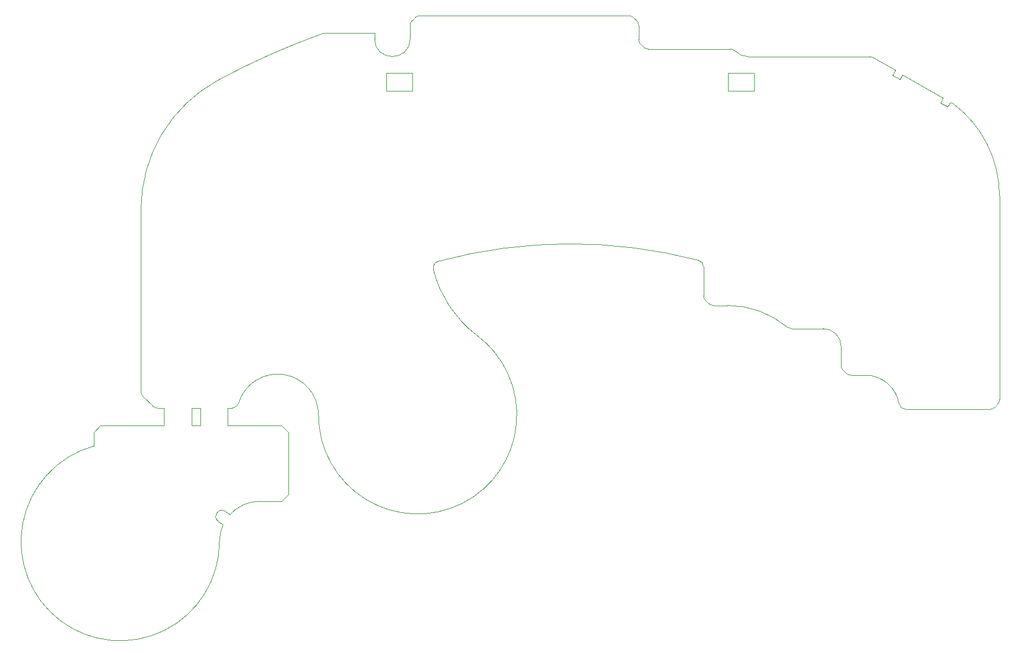
<source format=gm1>
%TF.GenerationSoftware,KiCad,Pcbnew,(6.0.7)*%
%TF.CreationDate,2022-10-08T01:47:53-07:00*%
%TF.ProjectId,PhobGCC,50686f62-4743-4432-9e6b-696361645f70,rev?*%
%TF.SameCoordinates,Original*%
%TF.FileFunction,Profile,NP*%
%FSLAX46Y46*%
G04 Gerber Fmt 4.6, Leading zero omitted, Abs format (unit mm)*
G04 Created by KiCad (PCBNEW (6.0.7)) date 2022-10-08 01:47:53*
%MOMM*%
%LPD*%
G01*
G04 APERTURE LIST*
%TA.AperFunction,Profile*%
%ADD10C,0.050000*%
%TD*%
%TA.AperFunction,Profile*%
%ADD11C,0.100000*%
%TD*%
G04 APERTURE END LIST*
D10*
X165025000Y-37750000D02*
X163950000Y-37200000D01*
X165025000Y-37750000D02*
X165453702Y-37090450D01*
X163950000Y-37200000D02*
X164326724Y-36442437D01*
X158025000Y-33700000D02*
X158431761Y-33052833D01*
X156925000Y-33125000D02*
X157375000Y-32425000D01*
X156925000Y-33125000D02*
X158025000Y-33700000D01*
D11*
X47087071Y-79396723D02*
G75*
G03*
X47380051Y-80103830I1000329J223D01*
G01*
X58411434Y-98405393D02*
X59111945Y-98871899D01*
X119837179Y-27898205D02*
G75*
G03*
X120130051Y-28605312I999821J-95D01*
G01*
X54485052Y-84353787D02*
X55786052Y-84353787D01*
X141566063Y-69978229D02*
G75*
G03*
X142207323Y-70210936I641237J767129D01*
G01*
X86730046Y-25147681D02*
G75*
G03*
X86437158Y-25854793I707154J-707119D01*
G01*
X149437163Y-72810937D02*
G75*
G03*
X146837158Y-70210937I-2600063J-63D01*
G01*
X129337158Y-61185127D02*
X129337158Y-65396723D01*
X47087159Y-78337830D02*
X47087052Y-52810935D01*
X141566035Y-69978262D02*
G75*
G03*
X132837158Y-66810936I-8728835J-10444238D01*
G01*
X87851371Y-24440594D02*
G75*
G03*
X87144264Y-24733472I29J-1000106D01*
G01*
X157375000Y-32425000D02*
X154068625Y-30544030D01*
X64464052Y-95454830D02*
X67664052Y-95454830D01*
X157905055Y-81177599D02*
G75*
G03*
X158891046Y-82010937I986045J166699D01*
G01*
X149730051Y-76303830D02*
X150144264Y-76718043D01*
X133248222Y-29312419D02*
X121251371Y-29312419D01*
X172587158Y-80596723D02*
X172587158Y-50810937D01*
X60410052Y-81813830D02*
X59786052Y-81813787D01*
D10*
X86730052Y-35403830D02*
X82930052Y-35403830D01*
D11*
X47087159Y-78337830D02*
X47087052Y-79396723D01*
D10*
X132930052Y-35403830D02*
X132930052Y-32803830D01*
X136730052Y-35403830D02*
X132930052Y-35403830D01*
D11*
X60410052Y-81813818D02*
G75*
G03*
X61365343Y-81098229I-6652J1004318D01*
G01*
X120544264Y-29019526D02*
X120130051Y-28605312D01*
X149437158Y-72810937D02*
X149437158Y-75596723D01*
X87144264Y-24733473D02*
X86730051Y-25147686D01*
X73037158Y-82810937D02*
G75*
G03*
X61365344Y-81098229I-5961568J-3D01*
G01*
X60109662Y-97373713D02*
X59409152Y-96907208D01*
X133967355Y-29617578D02*
G75*
G03*
X133248222Y-29312419I-719155J-694822D01*
G01*
X59409157Y-96907201D02*
G75*
G03*
X58411434Y-98405393I-498857J-749099D01*
G01*
D10*
X82930052Y-32803830D02*
X86730052Y-32803830D01*
D11*
X172587145Y-50810937D02*
G75*
G03*
X165837158Y-37310937I-16874945J37D01*
G01*
X81237158Y-27810937D02*
X81237158Y-26983945D01*
X129337163Y-61185127D02*
G75*
G03*
X128589668Y-60217533I-999963J27D01*
G01*
X68664052Y-85354830D02*
X67663604Y-84353830D01*
X172294286Y-81303851D02*
G75*
G03*
X172587158Y-80596724I-707286J707151D01*
G01*
X81237158Y-26983945D02*
X74009997Y-26983945D01*
X171172944Y-82010916D02*
G75*
G03*
X171880051Y-81718044I56J999916D01*
G01*
X149437154Y-75596723D02*
G75*
G03*
X149730051Y-76303830I1000046J23D01*
G01*
X60408052Y-84353830D02*
X59786052Y-84353787D01*
X120544254Y-29019536D02*
G75*
G03*
X121251371Y-29312419I707146J707236D01*
G01*
X73037157Y-82810937D02*
G75*
G03*
X96201596Y-71184349I14500001J0D01*
G01*
X60408052Y-84353830D02*
X67663604Y-84353830D01*
X54485052Y-81813787D02*
X55786052Y-81813787D01*
X119544264Y-25147686D02*
X119130051Y-24733473D01*
X58394496Y-33850700D02*
G75*
G03*
X47087157Y-52810935I10242674J-18960240D01*
G01*
X150144250Y-76718057D02*
G75*
G03*
X150851370Y-77010937I707150J707257D01*
G01*
X130044250Y-66518057D02*
G75*
G03*
X130751370Y-66810937I707150J707257D01*
G01*
D10*
X82930052Y-35403830D02*
X82930052Y-32803830D01*
D11*
X81237158Y-27810937D02*
G75*
G03*
X86437158Y-27810937I2600000J0D01*
G01*
X119837134Y-25854793D02*
G75*
G03*
X119544265Y-25147686I-999834J93D01*
G01*
X129337154Y-65396723D02*
G75*
G03*
X129630051Y-66103830I1000046J23D01*
G01*
X129630051Y-66103830D02*
X130044264Y-66518043D01*
X164326724Y-36442437D02*
X158431761Y-33052833D01*
X130751371Y-66810937D02*
X132837158Y-66810937D01*
X150851371Y-77010937D02*
X152974967Y-77010937D01*
X50485052Y-81813787D02*
X49503052Y-81813830D01*
X40164052Y-85354830D02*
X40164052Y-87389158D01*
X171880051Y-81718043D02*
X172294264Y-81303830D01*
X154068636Y-30544011D02*
G75*
G03*
X153570154Y-30410936I-498536J-867289D01*
G01*
D10*
X132930052Y-32803830D02*
X136730052Y-32803830D01*
D11*
X74009997Y-26983956D02*
G75*
G03*
X73673600Y-27042225I203J-1001344D01*
G01*
X68664052Y-94454830D02*
X68664052Y-85354830D01*
X128589668Y-60217533D02*
G75*
G03*
X90551044Y-60358907I-18752508J-71857847D01*
G01*
X41164052Y-84350937D02*
X40164052Y-85354830D01*
X157905021Y-81177605D02*
G75*
G03*
X152974966Y-77010936I-4930121J-833395D01*
G01*
X73673598Y-27042219D02*
G75*
G03*
X58394497Y-33850704I37003002J-103587781D01*
G01*
D10*
X86730052Y-32803830D02*
X86730052Y-35403830D01*
D11*
X118422944Y-24440579D02*
X87851371Y-24440579D01*
X40164051Y-87389153D02*
G75*
G03*
X58564052Y-101354830I3899739J-13966017D01*
G01*
X50485052Y-84353787D02*
X41164052Y-84350937D01*
X48794245Y-81518063D02*
G75*
G03*
X49503052Y-81813830I714155J714263D01*
G01*
X86437158Y-25854793D02*
X86437158Y-27810937D01*
X89838912Y-61560312D02*
G75*
G03*
X96201595Y-71184349I16520788J4007012D01*
G01*
X153570154Y-30410937D02*
X135837158Y-30410937D01*
X165837158Y-37310937D02*
X165453702Y-37090450D01*
X119130042Y-24733482D02*
G75*
G03*
X118422945Y-24440579I-707042J-706918D01*
G01*
X59111961Y-98871907D02*
G75*
G03*
X58564052Y-101354830I5349039J-2482293D01*
G01*
X158891047Y-82010937D02*
X171172944Y-82010937D01*
D10*
X136730052Y-32803830D02*
X136730052Y-35403830D01*
D11*
X64464052Y-95454803D02*
G75*
G03*
X60109662Y-97373713I-1652J-5896197D01*
G01*
X119837158Y-27898205D02*
X119837158Y-25854793D01*
X133967377Y-29617557D02*
G75*
G03*
X135837158Y-30410937I1869723J1806457D01*
G01*
X142207323Y-70210937D02*
X146837158Y-70210937D01*
X47380052Y-80103830D02*
X48794265Y-81518043D01*
X67664052Y-95454830D02*
X68664052Y-94454830D01*
X90551052Y-60358936D02*
G75*
G03*
X89838916Y-61560310I259648J-965664D01*
G01*
X59786052Y-81813787D02*
X59786052Y-84353787D01*
X55786052Y-81813787D02*
X55786052Y-84353787D01*
X50485052Y-81813787D02*
X50485052Y-84353787D01*
X54485052Y-81813787D02*
X54485052Y-84353787D01*
M02*

</source>
